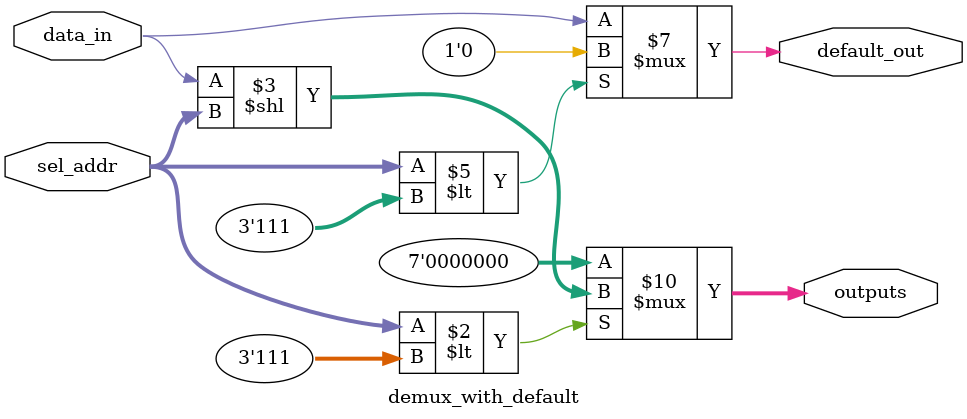
<source format=sv>
module demux_with_default (
    input wire        data_in,           // Input data
    input wire [2:0]  sel_addr,          // Selection address
    output reg [6:0]  outputs,           // Normal outputs
    output reg        default_out        // Default output for invalid addresses
);

    // Combinational logic for outputs based on valid selection address
    // Handles the assignment to the outputs bus when sel_addr is valid (0-6)
    always @(*) begin : outputs_logic
        if (sel_addr < 3'd7) begin
            outputs = data_in << sel_addr;
        end else begin
            outputs = 7'b0;
        end
    end

    // Combinational logic for default output based on invalid selection address
    // Handles the assignment to default_out when sel_addr is invalid (>=7)
    always @(*) begin : default_out_logic
        if (sel_addr < 3'd7) begin
            default_out = 1'b0;
        end else begin
            default_out = data_in;
        end
    end

endmodule
</source>
